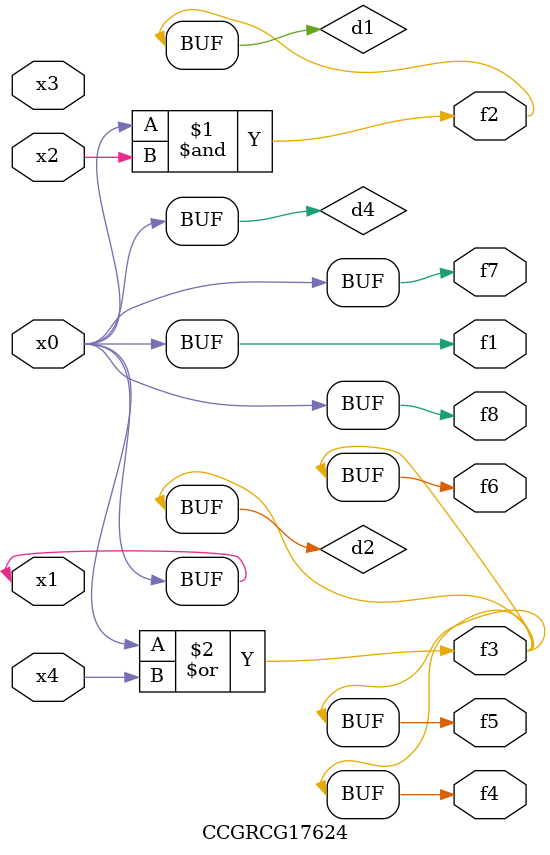
<source format=v>
module CCGRCG17624(
	input x0, x1, x2, x3, x4,
	output f1, f2, f3, f4, f5, f6, f7, f8
);

	wire d1, d2, d3, d4;

	and (d1, x0, x2);
	or (d2, x0, x4);
	nand (d3, x0, x2);
	buf (d4, x0, x1);
	assign f1 = d4;
	assign f2 = d1;
	assign f3 = d2;
	assign f4 = d2;
	assign f5 = d2;
	assign f6 = d2;
	assign f7 = d4;
	assign f8 = d4;
endmodule

</source>
